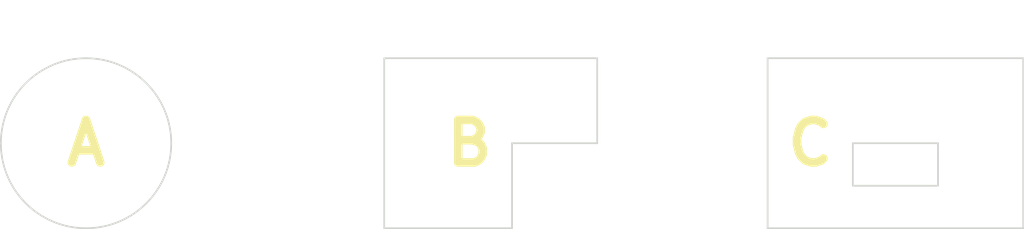
<source format=kicad_pcb>
(kicad_pcb (version 20171130) (host pcbnew 5.1.12-84ad8e8a86~92~ubuntu20.04.1)

  (general
    (thickness 1.6)
    (drawings 18)
    (tracks 0)
    (zones 0)
    (modules 4)
    (nets 1)
  )

  (page A4)
  (layers
    (0 F.Cu signal)
    (31 B.Cu signal)
    (32 B.Adhes user)
    (33 F.Adhes user)
    (34 B.Paste user)
    (35 F.Paste user)
    (36 B.SilkS user)
    (37 F.SilkS user)
    (38 B.Mask user)
    (39 F.Mask user)
    (40 Dwgs.User user)
    (41 Cmts.User user)
    (42 Eco1.User user)
    (43 Eco2.User user)
    (44 Edge.Cuts user)
    (45 Margin user)
    (46 B.CrtYd user)
    (47 F.CrtYd user)
    (48 B.Fab user)
    (49 F.Fab user)
  )

  (setup
    (last_trace_width 0.25)
    (trace_clearance 0.2)
    (zone_clearance 0.508)
    (zone_45_only no)
    (trace_min 0.2)
    (via_size 0.8)
    (via_drill 0.4)
    (via_min_size 0.4)
    (via_min_drill 0.3)
    (uvia_size 0.3)
    (uvia_drill 0.1)
    (uvias_allowed no)
    (uvia_min_size 0.2)
    (uvia_min_drill 0.1)
    (edge_width 0.2)
    (segment_width 0.2)
    (pcb_text_width 0.3)
    (pcb_text_size 1.5 1.5)
    (mod_edge_width 0.12)
    (mod_text_size 1 1)
    (mod_text_width 0.15)
    (pad_size 1.524 1.524)
    (pad_drill 0.762)
    (pad_to_mask_clearance 0)
    (aux_axis_origin 0 0)
    (visible_elements FFFFFF7F)
    (pcbplotparams
      (layerselection 0x010fc_ffffffff)
      (usegerberextensions false)
      (usegerberattributes true)
      (usegerberadvancedattributes true)
      (creategerberjobfile true)
      (excludeedgelayer true)
      (linewidth 0.150000)
      (plotframeref false)
      (viasonmask false)
      (mode 1)
      (useauxorigin false)
      (hpglpennumber 1)
      (hpglpenspeed 20)
      (hpglpendiameter 15.000000)
      (psnegative false)
      (psa4output false)
      (plotreference true)
      (plotvalue true)
      (plotinvisibletext false)
      (padsonsilk false)
      (subtractmaskfromsilk false)
      (outputformat 1)
      (mirror false)
      (drillshape 1)
      (scaleselection 1)
      (outputdirectory ""))
  )

  (net 0 "")

  (net_class Default "This is the default net class."
    (clearance 0.2)
    (trace_width 0.25)
    (via_dia 0.8)
    (via_drill 0.4)
    (uvia_dia 0.3)
    (uvia_drill 0.1)
  )

  (module kikit:Tab (layer F.Cu) (tedit 60708B1A) (tstamp 61C35249)
    (at 147 89.5 270)
    (descr "A symbol representing annotation for tab placement")
    (attr virtual)
    (fp_text reference REF** (at 0 -2 90) (layer F.SilkS) hide
      (effects (font (size 1 1) (thickness 0.15)))
    )
    (fp_text value Tab (at -2.75 -1 90) (layer Dwgs.User)
      (effects (font (size 1.2 1.2) (thickness 0.2)))
    )
    (fp_text user "KIKIT: width: 3mm" (at -5.5 0) (layer Dwgs.User)
      (effects (font (size 1 1) (thickness 0.15)))
    )
    (fp_line (start 0.25 0) (end -0.75 1) (layer Dwgs.User) (width 0.3))
    (fp_line (start 0.25 0) (end -0.75 -1) (layer Dwgs.User) (width 0.3))
    (fp_line (start 0.25 0) (end -2.75 0) (layer Dwgs.User) (width 0.3))
    (fp_line (start 0.25 1) (end 0.25 -1) (layer Dwgs.User) (width 0.3))
  )

  (module kikit:Board (layer F.Cu) (tedit 605A1488) (tstamp 605A707C)
    (at 185 90)
    (descr "Mark board for extraction")
    (fp_text reference B3 (at -4.5 -5) (layer Dwgs.User)
      (effects (font (size 1 1) (thickness 0.15)) (justify left))
    )
    (fp_text value Board (at -7.25 -5) (layer Dwgs.User)
      (effects (font (size 1 1) (thickness 0.15)))
    )
    (fp_line (start 0 0) (end -1 -0.5) (layer Dwgs.User) (width 0.2))
    (fp_line (start 0 0) (end 0.5 -1) (layer Dwgs.User) (width 0.2))
    (fp_line (start -1.25 -4) (end -9.25 -4) (layer Dwgs.User) (width 0.2))
    (fp_line (start 0 0) (end -1.25 -4) (layer Dwgs.User) (width 0.2))
  )

  (module kikit:Board (layer F.Cu) (tedit 605A1488) (tstamp 605A706E)
    (at 135 90)
    (descr "Mark board for extraction")
    (fp_text reference B2 (at -4.5 -5) (layer Dwgs.User)
      (effects (font (size 1 1) (thickness 0.15)) (justify left))
    )
    (fp_text value Board (at -7.25 -5) (layer Dwgs.User)
      (effects (font (size 1 1) (thickness 0.15)))
    )
    (fp_line (start 0 0) (end -1.25 -4) (layer Dwgs.User) (width 0.2))
    (fp_line (start -1.25 -4) (end -9.25 -4) (layer Dwgs.User) (width 0.2))
    (fp_line (start 0 0) (end 0.5 -1) (layer Dwgs.User) (width 0.2))
    (fp_line (start 0 0) (end -1 -0.5) (layer Dwgs.User) (width 0.2))
  )

  (module kikit:Board (layer F.Cu) (tedit 605A1488) (tstamp 605A7057)
    (at 100 90)
    (descr "Mark board for extraction")
    (fp_text reference B1 (at -4.5 -5) (layer Dwgs.User)
      (effects (font (size 1 1) (thickness 0.15)) (justify left))
    )
    (fp_text value Board (at -7.25 -5) (layer Dwgs.User)
      (effects (font (size 1 1) (thickness 0.15)))
    )
    (fp_line (start 0 0) (end -1 -0.5) (layer Dwgs.User) (width 0.2))
    (fp_line (start 0 0) (end 0.5 -1) (layer Dwgs.User) (width 0.2))
    (fp_line (start -1.25 -4) (end -9.25 -4) (layer Dwgs.User) (width 0.2))
    (fp_line (start 0 0) (end -1.25 -4) (layer Dwgs.User) (width 0.2))
  )

  (gr_text C (at 185 100) (layer F.SilkS) (tstamp 605A709F)
    (effects (font (size 5 5) (thickness 1)))
  )
  (gr_text B (at 145 100) (layer F.SilkS) (tstamp 605A709D)
    (effects (font (size 5 5) (thickness 1)))
  )
  (gr_text A (at 100 100) (layer F.SilkS)
    (effects (font (size 5 5) (thickness 1)))
  )
  (gr_line (start 200 100) (end 190 100) (layer Edge.Cuts) (width 0.2) (tstamp 605A142A))
  (gr_line (start 200 105) (end 200 100) (layer Edge.Cuts) (width 0.2))
  (gr_line (start 190 105) (end 200 105) (layer Edge.Cuts) (width 0.2))
  (gr_line (start 190 100) (end 190 105) (layer Edge.Cuts) (width 0.2))
  (gr_line (start 210 90) (end 180 90) (layer Edge.Cuts) (width 0.2) (tstamp 605A1425))
  (gr_line (start 210 110) (end 210 90) (layer Edge.Cuts) (width 0.2))
  (gr_line (start 180 110) (end 210 110) (layer Edge.Cuts) (width 0.2))
  (gr_line (start 180 90) (end 180 110) (layer Edge.Cuts) (width 0.2))
  (gr_line (start 150 110) (end 135 110) (layer Edge.Cuts) (width 0.2) (tstamp 605A1415))
  (gr_line (start 150 100) (end 150 110) (layer Edge.Cuts) (width 0.2))
  (gr_line (start 160 100) (end 150 100) (layer Edge.Cuts) (width 0.2))
  (gr_line (start 160 90) (end 160 100) (layer Edge.Cuts) (width 0.2))
  (gr_line (start 135 90) (end 160 90) (layer Edge.Cuts) (width 0.2))
  (gr_line (start 135 110) (end 135 90) (layer Edge.Cuts) (width 0.2))
  (gr_circle (center 100 100) (end 110 100) (layer Edge.Cuts) (width 0.2))

)

</source>
